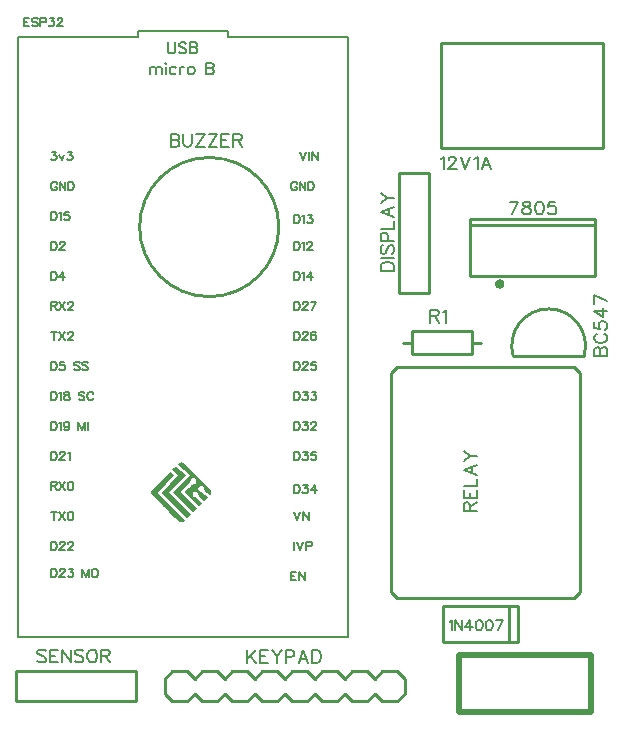
<source format=gto>
G04 Layer: TopSilkLayer*
G04 EasyEDA v6.3.22, 2020-01-15T09:47:29+05:30*
G04 df7ee3fc161541079e6ef3371bf9abd3,b6e8962e620740079bb188d2402746ea,10*
G04 Gerber Generator version 0.2*
G04 Scale: 100 percent, Rotated: No, Reflected: No *
G04 Dimensions in millimeters *
G04 leading zeros omitted , absolute positions ,3 integer and 3 decimal *
%FSLAX33Y33*%
%MOMM*%
G90*
G71D02*

%ADD10C,0.254000*%
%ADD29C,0.508000*%
%ADD30C,0.203200*%
%ADD31C,0.200000*%
%ADD32C,0.228600*%
%ADD33C,0.399999*%
%ADD34C,0.152400*%
%ADD35C,0.177800*%

%LPD*%

%LPD*%
G36*
G01X14541Y21607D02*
G01X14473Y21613D01*
G01X14407Y21608D01*
G01X14351Y21590D01*
G01X14326Y21581D01*
G01X14301Y21566D01*
G01X14277Y21547D01*
G01X14254Y21526D01*
G01X14203Y21480D01*
G01X14698Y20988D01*
G01X15201Y20495D01*
G01X14478Y19781D01*
G01X13749Y19065D01*
G01X14605Y18221D01*
G01X15455Y17378D01*
G01X15615Y17536D01*
G01X15773Y17691D01*
G01X15085Y18384D01*
G01X14381Y19077D01*
G01X14823Y19509D01*
G01X14913Y19601D01*
G01X14991Y19679D01*
G01X15055Y19746D01*
G01X15108Y19802D01*
G01X15151Y19848D01*
G01X15184Y19887D01*
G01X15210Y19918D01*
G01X15228Y19944D01*
G01X15240Y19965D01*
G01X15248Y19983D01*
G01X15251Y19999D01*
G01X15252Y20015D01*
G01X15257Y20068D01*
G01X15273Y20116D01*
G01X15297Y20159D01*
G01X15330Y20196D01*
G01X15371Y20226D01*
G01X15418Y20247D01*
G01X15471Y20262D01*
G01X15529Y20266D01*
G01X15573Y20263D01*
G01X15610Y20252D01*
G01X15645Y20230D01*
G01X15687Y20193D01*
G01X15716Y20156D01*
G01X15737Y20122D01*
G01X15749Y20084D01*
G01X15753Y20035D01*
G01X15748Y19978D01*
G01X15735Y19927D01*
G01X15714Y19882D01*
G01X15685Y19844D01*
G01X15649Y19814D01*
G01X15606Y19792D01*
G01X15556Y19778D01*
G01X15501Y19773D01*
G01X15478Y19771D01*
G01X15454Y19762D01*
G01X15424Y19744D01*
G01X15386Y19714D01*
G01X15337Y19671D01*
G01X15272Y19609D01*
G01X15189Y19529D01*
G01X15085Y19425D01*
G01X14732Y19077D01*
G01X15341Y18473D01*
G01X15943Y17868D01*
G01X16090Y18013D01*
G01X16230Y18155D01*
G01X15986Y18399D01*
G01X15914Y18473D01*
G01X15856Y18530D01*
G01X15809Y18574D01*
G01X15771Y18606D01*
G01X15741Y18627D01*
G01X15715Y18640D01*
G01X15692Y18647D01*
G01X15669Y18648D01*
G01X15617Y18653D01*
G01X15571Y18668D01*
G01X15530Y18691D01*
G01X15495Y18720D01*
G01X15466Y18756D01*
G01X15445Y18796D01*
G01X15431Y18840D01*
G01X15425Y18885D01*
G01X15429Y18931D01*
G01X15442Y18977D01*
G01X15465Y19021D01*
G01X15499Y19062D01*
G01X15540Y19096D01*
G01X15584Y19120D01*
G01X15630Y19133D01*
G01X15676Y19137D01*
G01X15722Y19132D01*
G01X15766Y19119D01*
G01X15806Y19097D01*
G01X15842Y19069D01*
G01X15872Y19033D01*
G01X15895Y18991D01*
G01X15910Y18943D01*
G01X15915Y18889D01*
G01X15917Y18867D01*
G01X15923Y18844D01*
G01X15936Y18819D01*
G01X15958Y18789D01*
G01X15989Y18752D01*
G01X16033Y18705D01*
G01X16090Y18646D01*
G01X16164Y18572D01*
G01X16408Y18331D01*
G01X16558Y18478D01*
G01X16713Y18635D01*
G01X16474Y18874D01*
G01X16401Y18949D01*
G01X16343Y19006D01*
G01X16298Y19048D01*
G01X16262Y19078D01*
G01X16232Y19099D01*
G01X16206Y19111D01*
G01X16181Y19119D01*
G01X16154Y19123D01*
G01X16087Y19138D01*
G01X16029Y19165D01*
G01X15982Y19203D01*
G01X15946Y19250D01*
G01X15923Y19303D01*
G01X15915Y19361D01*
G01X15922Y19421D01*
G01X15946Y19481D01*
G01X15981Y19539D01*
G01X16027Y19578D01*
G01X16088Y19599D01*
G01X16167Y19606D01*
G01X16224Y19604D01*
G01X16266Y19596D01*
G01X16303Y19576D01*
G01X16344Y19540D01*
G01X16375Y19500D01*
G01X16394Y19466D01*
G01X16405Y19429D01*
G01X16408Y19382D01*
G01X16409Y19351D01*
G01X16413Y19324D01*
G01X16423Y19298D01*
G01X16442Y19269D01*
G01X16471Y19234D01*
G01X16514Y19188D01*
G01X16572Y19128D01*
G01X16649Y19050D01*
G01X16893Y18808D01*
G01X16939Y18872D01*
G01X16979Y18930D01*
G01X17006Y18998D01*
G01X17018Y19073D01*
G01X17012Y19151D01*
G01X17010Y19159D01*
G01X17007Y19168D01*
G01X17002Y19178D01*
G01X16996Y19189D01*
G01X16989Y19201D01*
G01X16978Y19215D01*
G01X16967Y19231D01*
G01X16952Y19249D01*
G01X16935Y19269D01*
G01X16915Y19292D01*
G01X16893Y19318D01*
G01X16866Y19347D01*
G01X16837Y19379D01*
G01X16804Y19414D01*
G01X16767Y19453D01*
G01X16725Y19497D01*
G01X16680Y19543D01*
G01X16630Y19595D01*
G01X16575Y19651D01*
G01X16516Y19711D01*
G01X16451Y19777D01*
G01X16381Y19848D01*
G01X16305Y19925D01*
G01X16224Y20007D01*
G01X16043Y20188D01*
G01X15943Y20289D01*
G01X15836Y20396D01*
G01X15766Y20467D01*
G01X15696Y20536D01*
G01X15628Y20604D01*
G01X15560Y20671D01*
G01X15495Y20737D01*
G01X15430Y20800D01*
G01X15368Y20862D01*
G01X15307Y20921D01*
G01X15247Y20979D01*
G01X15190Y21035D01*
G01X15135Y21089D01*
G01X15082Y21140D01*
G01X15031Y21190D01*
G01X14982Y21236D01*
G01X14936Y21281D01*
G01X14893Y21322D01*
G01X14852Y21361D01*
G01X14813Y21398D01*
G01X14778Y21432D01*
G01X14746Y21462D01*
G01X14716Y21489D01*
G01X14690Y21514D01*
G01X14667Y21535D01*
G01X14647Y21553D01*
G01X14631Y21567D01*
G01X14619Y21578D01*
G01X14610Y21586D01*
G01X14605Y21590D01*
G01X14541Y21607D01*
G37*

%LPD*%
G36*
G01X14444Y20906D02*
G01X14033Y21305D01*
G01X13873Y21158D01*
G01X13718Y21003D01*
G01X13970Y20749D01*
G01X14224Y20497D01*
G01X13497Y19778D01*
G01X12781Y19052D01*
G01X13873Y17970D01*
G01X14958Y16885D01*
G01X15118Y17045D01*
G01X15278Y17203D01*
G01X14348Y18130D01*
G01X13401Y19065D01*
G01X14127Y19781D01*
G01X14843Y20497D01*
G01X14444Y20906D01*
G37*

%LPD*%
G36*
G01X13568Y20801D02*
G01X13555Y20812D01*
G01X13549Y20808D01*
G01X13535Y20797D01*
G01X13513Y20777D01*
G01X13484Y20751D01*
G01X13449Y20717D01*
G01X13408Y20678D01*
G01X13360Y20632D01*
G01X13308Y20582D01*
G01X13251Y20526D01*
G01X13189Y20465D01*
G01X13123Y20399D01*
G01X13053Y20330D01*
G01X12980Y20257D01*
G01X12905Y20181D01*
G01X12828Y20102D01*
G01X12748Y20020D01*
G01X12551Y19823D01*
G01X12466Y19737D01*
G01X12388Y19659D01*
G01X12318Y19588D01*
G01X12256Y19524D01*
G01X12200Y19467D01*
G01X12150Y19415D01*
G01X12107Y19369D01*
G01X12069Y19328D01*
G01X12037Y19291D01*
G01X12009Y19258D01*
G01X11987Y19229D01*
G01X11968Y19202D01*
G01X11954Y19179D01*
G01X11943Y19157D01*
G01X11935Y19137D01*
G01X11930Y19118D01*
G01X11927Y19100D01*
G01X11927Y19082D01*
G01X11928Y19063D01*
G01X11930Y19044D01*
G01X11933Y19024D01*
G01X11938Y19001D01*
G01X11940Y18994D01*
G01X11943Y18985D01*
G01X11947Y18975D01*
G01X11953Y18964D01*
G01X11961Y18952D01*
G01X11972Y18938D01*
G01X11984Y18921D01*
G01X11998Y18903D01*
G01X12016Y18882D01*
G01X12037Y18859D01*
G01X12060Y18833D01*
G01X12087Y18804D01*
G01X12118Y18771D01*
G01X12152Y18735D01*
G01X12190Y18695D01*
G01X12232Y18652D01*
G01X12279Y18604D01*
G01X12330Y18552D01*
G01X12386Y18495D01*
G01X12514Y18367D01*
G01X12585Y18295D01*
G01X12663Y18218D01*
G01X12835Y18046D01*
G01X12931Y17951D01*
G01X13033Y17850D01*
G01X13141Y17741D01*
G01X13445Y17437D01*
G01X13533Y17348D01*
G01X13891Y16990D01*
G01X13947Y16935D01*
G01X13999Y16883D01*
G01X14046Y16837D01*
G01X14089Y16795D01*
G01X14129Y16757D01*
G01X14164Y16723D01*
G01X14196Y16693D01*
G01X14225Y16666D01*
G01X14251Y16643D01*
G01X14274Y16622D01*
G01X14295Y16604D01*
G01X14313Y16590D01*
G01X14329Y16578D01*
G01X14343Y16567D01*
G01X14356Y16559D01*
G01X14367Y16553D01*
G01X14376Y16548D01*
G01X14386Y16545D01*
G01X14394Y16543D01*
G01X14476Y16538D01*
G01X14554Y16551D01*
G01X14627Y16583D01*
G01X14698Y16634D01*
G01X14790Y16703D01*
G01X13606Y17881D01*
G01X12443Y19052D01*
G01X13152Y19778D01*
G01X13873Y20497D01*
G01X13716Y20655D01*
G01X13652Y20718D01*
G01X13601Y20768D01*
G01X13568Y20801D01*
G37*

%LPD*%
G54D29*
G01X37973Y507D02*
G01X49149Y507D01*
G01X49149Y5333D01*
G01X37973Y5333D01*
G01X37973Y507D01*
G54D30*
G01X6985Y6858D02*
G01X21717Y6858D01*
G54D31*
G01X635Y57658D02*
G01X635Y6858D01*
G54D30*
G01X635Y6858D02*
G01X28575Y6858D01*
G01X635Y57658D02*
G01X10795Y57658D01*
G01X10795Y58166D01*
G01X18415Y58166D01*
G01X18415Y57658D01*
G01X28575Y57658D01*
G01X28575Y57658D02*
G01X28575Y6858D01*
G54D10*
G01X10668Y3937D02*
G01X508Y3937D01*
G01X508Y3937D02*
G01X508Y1397D01*
G01X508Y1397D02*
G01X10668Y1397D01*
G01X10668Y1397D02*
G01X10668Y3937D01*
G01X28956Y3937D02*
G01X30226Y3937D01*
G01X30226Y3937D02*
G01X30861Y3302D01*
G01X30861Y2032D02*
G01X30226Y1397D01*
G01X25781Y3302D02*
G01X26416Y3937D01*
G01X26416Y3937D02*
G01X27686Y3937D01*
G01X27686Y3937D02*
G01X28321Y3302D01*
G01X28321Y2032D02*
G01X27686Y1397D01*
G01X27686Y1397D02*
G01X26416Y1397D01*
G01X26416Y1397D02*
G01X25781Y2032D01*
G01X28956Y3937D02*
G01X28321Y3302D01*
G01X28321Y2032D02*
G01X28956Y1397D01*
G01X30226Y1397D02*
G01X28956Y1397D01*
G01X21336Y3937D02*
G01X22606Y3937D01*
G01X22606Y3937D02*
G01X23241Y3302D01*
G01X23241Y2032D02*
G01X22606Y1397D01*
G01X23241Y3302D02*
G01X23876Y3937D01*
G01X23876Y3937D02*
G01X25146Y3937D01*
G01X25146Y3937D02*
G01X25781Y3302D01*
G01X25781Y2032D02*
G01X25146Y1397D01*
G01X25146Y1397D02*
G01X23876Y1397D01*
G01X23876Y1397D02*
G01X23241Y2032D01*
G01X18161Y3302D02*
G01X18796Y3937D01*
G01X18796Y3937D02*
G01X20066Y3937D01*
G01X20066Y3937D02*
G01X20701Y3302D01*
G01X20701Y2032D02*
G01X20066Y1397D01*
G01X20066Y1397D02*
G01X18796Y1397D01*
G01X18796Y1397D02*
G01X18161Y2032D01*
G01X21336Y3937D02*
G01X20701Y3302D01*
G01X20701Y2032D02*
G01X21336Y1397D01*
G01X22606Y1397D02*
G01X21336Y1397D01*
G01X13716Y3937D02*
G01X14986Y3937D01*
G01X14986Y3937D02*
G01X15621Y3302D01*
G01X15621Y2032D02*
G01X14986Y1397D01*
G01X15621Y3302D02*
G01X16256Y3937D01*
G01X16256Y3937D02*
G01X17526Y3937D01*
G01X17526Y3937D02*
G01X18161Y3302D01*
G01X18161Y2032D02*
G01X17526Y1397D01*
G01X17526Y1397D02*
G01X16256Y1397D01*
G01X16256Y1397D02*
G01X15621Y2032D01*
G01X13081Y3302D02*
G01X13081Y2032D01*
G01X13716Y3937D02*
G01X13081Y3302D01*
G01X13081Y2032D02*
G01X13716Y1397D01*
G01X14986Y1397D02*
G01X13716Y1397D01*
G01X31496Y3937D02*
G01X32766Y3937D01*
G01X32766Y3937D02*
G01X33401Y3302D01*
G01X33401Y3302D02*
G01X33401Y2032D01*
G01X33401Y2032D02*
G01X32766Y1397D01*
G01X31496Y3937D02*
G01X30861Y3302D01*
G01X30861Y2032D02*
G01X31496Y1397D01*
G01X32766Y1397D02*
G01X31496Y1397D01*
G01X42357Y10152D02*
G01X32705Y10152D01*
G01X32197Y10660D01*
G01X32197Y29202D01*
G01X32705Y29710D01*
G01X47691Y29710D01*
G01X48199Y29202D01*
G01X48199Y10660D01*
G01X47691Y10152D01*
G01X40833Y10152D01*
G01X36721Y9448D02*
G01X38830Y9448D01*
G01X43021Y9448D01*
G01X43021Y6400D02*
G01X36721Y6400D01*
G01X36671Y9448D02*
G01X36671Y6400D01*
G01X43021Y9448D02*
G01X43021Y6400D01*
G01X42259Y9448D02*
G01X42259Y6400D01*
G54D32*
G01X34044Y32715D02*
G01X39124Y32715D01*
G01X39124Y30784D01*
G01X34044Y30784D01*
G01X34044Y32715D01*
G54D10*
G01X39124Y31749D02*
G01X39886Y31749D01*
G01X33282Y31749D02*
G01X34044Y31749D01*
G01X48570Y30631D02*
G01X42571Y30631D01*
G01X32893Y46101D02*
G01X32893Y35941D01*
G01X32893Y35941D02*
G01X35433Y35941D01*
G01X35433Y35941D02*
G01X35433Y46101D01*
G01X35433Y46101D02*
G01X32893Y46101D01*
G01X50165Y48260D02*
G01X36449Y48260D01*
G01X36449Y48260D02*
G01X36449Y57150D01*
G01X36449Y57150D02*
G01X50165Y57150D01*
G01X50165Y57150D02*
G01X50165Y48260D01*
G01X49495Y41669D02*
G01X38896Y41669D01*
G01X38895Y42169D02*
G01X49496Y42169D01*
G01X49496Y37371D01*
G01X38895Y37371D01*
G01X38895Y42164D01*
G01X38895Y42169D01*
G54D34*
G01X1142Y59242D02*
G01X1142Y58514D01*
G01X1142Y59242D02*
G01X1592Y59242D01*
G01X1142Y58895D02*
G01X1419Y58895D01*
G01X1142Y58514D02*
G01X1592Y58514D01*
G01X2306Y59138D02*
G01X2237Y59207D01*
G01X2133Y59242D01*
G01X1993Y59242D01*
G01X1892Y59207D01*
G01X1821Y59138D01*
G01X1821Y59067D01*
G01X1856Y58999D01*
G01X1892Y58966D01*
G01X1960Y58930D01*
G01X2169Y58861D01*
G01X2237Y58826D01*
G01X2273Y58790D01*
G01X2306Y58722D01*
G01X2306Y58618D01*
G01X2237Y58549D01*
G01X2133Y58514D01*
G01X1993Y58514D01*
G01X1892Y58549D01*
G01X1821Y58618D01*
G01X2534Y59242D02*
G01X2534Y58514D01*
G01X2534Y59242D02*
G01X2847Y59242D01*
G01X2951Y59207D01*
G01X2984Y59171D01*
G01X3020Y59103D01*
G01X3020Y58999D01*
G01X2984Y58930D01*
G01X2951Y58895D01*
G01X2847Y58861D01*
G01X2534Y58861D01*
G01X3317Y59242D02*
G01X3698Y59242D01*
G01X3492Y58966D01*
G01X3594Y58966D01*
G01X3665Y58930D01*
G01X3698Y58895D01*
G01X3733Y58790D01*
G01X3733Y58722D01*
G01X3698Y58618D01*
G01X3629Y58549D01*
G01X3525Y58514D01*
G01X3421Y58514D01*
G01X3317Y58549D01*
G01X3284Y58585D01*
G01X3248Y58653D01*
G01X3997Y59067D02*
G01X3997Y59103D01*
G01X4030Y59171D01*
G01X4066Y59207D01*
G01X4135Y59242D01*
G01X4274Y59242D01*
G01X4343Y59207D01*
G01X4378Y59171D01*
G01X4411Y59103D01*
G01X4411Y59034D01*
G01X4378Y58966D01*
G01X4307Y58861D01*
G01X3962Y58514D01*
G01X4447Y58514D01*
G54D30*
G01X24511Y47914D02*
G01X24787Y47185D01*
G01X25064Y47914D02*
G01X24787Y47185D01*
G01X25293Y47914D02*
G01X25293Y47185D01*
G01X25521Y47914D02*
G01X25521Y47185D01*
G01X25521Y47914D02*
G01X26007Y47185D01*
G01X26007Y47914D02*
G01X26007Y47185D01*
G01X13335Y57188D02*
G01X13335Y56504D01*
G01X13380Y56370D01*
G01X13472Y56278D01*
G01X13606Y56233D01*
G01X13698Y56233D01*
G01X13835Y56278D01*
G01X13926Y56370D01*
G01X13972Y56504D01*
G01X13972Y57188D01*
G01X14907Y57053D02*
G01X14815Y57142D01*
G01X14681Y57188D01*
G01X14498Y57188D01*
G01X14361Y57142D01*
G01X14272Y57053D01*
G01X14272Y56959D01*
G01X14317Y56868D01*
G01X14361Y56824D01*
G01X14452Y56776D01*
G01X14726Y56687D01*
G01X14815Y56642D01*
G01X14861Y56596D01*
G01X14907Y56504D01*
G01X14907Y56370D01*
G01X14815Y56278D01*
G01X14681Y56233D01*
G01X14498Y56233D01*
G01X14361Y56278D01*
G01X14272Y56370D01*
G01X15206Y57188D02*
G01X15206Y56233D01*
G01X15206Y57188D02*
G01X15615Y57188D01*
G01X15753Y57142D01*
G01X15798Y57094D01*
G01X15844Y57005D01*
G01X15844Y56913D01*
G01X15798Y56824D01*
G01X15753Y56776D01*
G01X15615Y56735D01*
G01X15206Y56735D02*
G01X15615Y56735D01*
G01X15753Y56687D01*
G01X15798Y56642D01*
G01X15844Y56550D01*
G01X15844Y56418D01*
G01X15798Y56324D01*
G01X15753Y56278D01*
G01X15615Y56233D01*
G01X15206Y56233D01*
G01X11811Y55090D02*
G01X11811Y54455D01*
G01X11811Y54907D02*
G01X11948Y55046D01*
G01X12037Y55090D01*
G01X12174Y55090D01*
G01X12265Y55046D01*
G01X12311Y54907D01*
G01X12311Y54455D01*
G01X12311Y54907D02*
G01X12448Y55046D01*
G01X12537Y55090D01*
G01X12674Y55090D01*
G01X12766Y55046D01*
G01X12811Y54907D01*
G01X12811Y54455D01*
G01X13111Y55410D02*
G01X13157Y55364D01*
G01X13202Y55410D01*
G01X13157Y55453D01*
G01X13111Y55410D01*
G01X13157Y55090D02*
G01X13157Y54455D01*
G01X14046Y54955D02*
G01X13957Y55046D01*
G01X13865Y55090D01*
G01X13728Y55090D01*
G01X13637Y55046D01*
G01X13548Y54955D01*
G01X13502Y54818D01*
G01X13502Y54724D01*
G01X13548Y54589D01*
G01X13637Y54500D01*
G01X13728Y54455D01*
G01X13865Y54455D01*
G01X13957Y54500D01*
G01X14046Y54589D01*
G01X14348Y55090D02*
G01X14348Y54455D01*
G01X14348Y54818D02*
G01X14391Y54955D01*
G01X14483Y55046D01*
G01X14574Y55090D01*
G01X14711Y55090D01*
G01X15237Y55090D02*
G01X15148Y55046D01*
G01X15057Y54955D01*
G01X15011Y54818D01*
G01X15011Y54724D01*
G01X15057Y54589D01*
G01X15148Y54500D01*
G01X15237Y54455D01*
G01X15374Y54455D01*
G01X15466Y54500D01*
G01X15557Y54589D01*
G01X15600Y54724D01*
G01X15600Y54818D01*
G01X15557Y54955D01*
G01X15466Y55046D01*
G01X15374Y55090D01*
G01X15237Y55090D01*
G01X16601Y55410D02*
G01X16601Y54455D01*
G01X16601Y55410D02*
G01X17010Y55410D01*
G01X17147Y55364D01*
G01X17193Y55318D01*
G01X17238Y55224D01*
G01X17238Y55135D01*
G01X17193Y55046D01*
G01X17147Y55001D01*
G01X17010Y54955D01*
G01X16601Y54955D02*
G01X17010Y54955D01*
G01X17147Y54907D01*
G01X17193Y54864D01*
G01X17238Y54772D01*
G01X17238Y54637D01*
G01X17193Y54546D01*
G01X17147Y54500D01*
G01X17010Y54455D01*
G01X16601Y54455D01*
G01X24269Y45199D02*
G01X24234Y45270D01*
G01X24165Y45339D01*
G01X24094Y45374D01*
G01X23957Y45374D01*
G01X23888Y45339D01*
G01X23817Y45270D01*
G01X23784Y45199D01*
G01X23749Y45097D01*
G01X23749Y44922D01*
G01X23784Y44818D01*
G01X23817Y44749D01*
G01X23888Y44681D01*
G01X23957Y44645D01*
G01X24094Y44645D01*
G01X24165Y44681D01*
G01X24234Y44749D01*
G01X24269Y44818D01*
G01X24269Y44922D01*
G01X24094Y44922D02*
G01X24269Y44922D01*
G01X24498Y45374D02*
G01X24498Y44645D01*
G01X24498Y45374D02*
G01X24980Y44645D01*
G01X24980Y45374D02*
G01X24980Y44645D01*
G01X25209Y45374D02*
G01X25209Y44645D01*
G01X25209Y45374D02*
G01X25453Y45374D01*
G01X25557Y45339D01*
G01X25626Y45270D01*
G01X25661Y45199D01*
G01X25694Y45097D01*
G01X25694Y44922D01*
G01X25661Y44818D01*
G01X25626Y44749D01*
G01X25557Y44681D01*
G01X25453Y44645D01*
G01X25209Y44645D01*
G01X24003Y42580D02*
G01X24003Y41851D01*
G01X24003Y42580D02*
G01X24244Y42580D01*
G01X24348Y42545D01*
G01X24419Y42476D01*
G01X24452Y42405D01*
G01X24488Y42303D01*
G01X24488Y42128D01*
G01X24452Y42024D01*
G01X24419Y41955D01*
G01X24348Y41887D01*
G01X24244Y41851D01*
G01X24003Y41851D01*
G01X24716Y42440D02*
G01X24785Y42476D01*
G01X24889Y42580D01*
G01X24889Y41851D01*
G01X25186Y42580D02*
G01X25567Y42580D01*
G01X25361Y42303D01*
G01X25463Y42303D01*
G01X25534Y42268D01*
G01X25567Y42232D01*
G01X25603Y42128D01*
G01X25603Y42059D01*
G01X25567Y41955D01*
G01X25499Y41887D01*
G01X25394Y41851D01*
G01X25290Y41851D01*
G01X25186Y41887D01*
G01X25153Y41922D01*
G01X25118Y41991D01*
G01X24003Y40294D02*
G01X24003Y39565D01*
G01X24003Y40294D02*
G01X24244Y40294D01*
G01X24348Y40259D01*
G01X24419Y40190D01*
G01X24452Y40119D01*
G01X24488Y40017D01*
G01X24488Y39842D01*
G01X24452Y39738D01*
G01X24419Y39669D01*
G01X24348Y39601D01*
G01X24244Y39565D01*
G01X24003Y39565D01*
G01X24716Y40154D02*
G01X24785Y40190D01*
G01X24889Y40294D01*
G01X24889Y39565D01*
G01X25153Y40119D02*
G01X25153Y40154D01*
G01X25186Y40223D01*
G01X25222Y40259D01*
G01X25290Y40294D01*
G01X25430Y40294D01*
G01X25499Y40259D01*
G01X25534Y40223D01*
G01X25567Y40154D01*
G01X25567Y40086D01*
G01X25534Y40017D01*
G01X25463Y39913D01*
G01X25118Y39565D01*
G01X25603Y39565D01*
G01X24003Y37754D02*
G01X24003Y37025D01*
G01X24003Y37754D02*
G01X24244Y37754D01*
G01X24348Y37719D01*
G01X24419Y37650D01*
G01X24452Y37579D01*
G01X24488Y37477D01*
G01X24488Y37302D01*
G01X24452Y37198D01*
G01X24419Y37129D01*
G01X24348Y37061D01*
G01X24244Y37025D01*
G01X24003Y37025D01*
G01X24716Y37614D02*
G01X24785Y37650D01*
G01X24889Y37754D01*
G01X24889Y37025D01*
G01X25463Y37754D02*
G01X25118Y37269D01*
G01X25638Y37269D01*
G01X25463Y37754D02*
G01X25463Y37025D01*
G01X24003Y35214D02*
G01X24003Y34485D01*
G01X24003Y35214D02*
G01X24244Y35214D01*
G01X24348Y35179D01*
G01X24419Y35110D01*
G01X24452Y35039D01*
G01X24488Y34937D01*
G01X24488Y34762D01*
G01X24452Y34658D01*
G01X24419Y34589D01*
G01X24348Y34521D01*
G01X24244Y34485D01*
G01X24003Y34485D01*
G01X24752Y35039D02*
G01X24752Y35074D01*
G01X24785Y35143D01*
G01X24820Y35179D01*
G01X24889Y35214D01*
G01X25029Y35214D01*
G01X25097Y35179D01*
G01X25133Y35143D01*
G01X25166Y35074D01*
G01X25166Y35006D01*
G01X25133Y34937D01*
G01X25062Y34833D01*
G01X24716Y34485D01*
G01X25201Y34485D01*
G01X25915Y35214D02*
G01X25567Y34485D01*
G01X25430Y35214D02*
G01X25915Y35214D01*
G01X24003Y32674D02*
G01X24003Y31945D01*
G01X24003Y32674D02*
G01X24244Y32674D01*
G01X24348Y32639D01*
G01X24419Y32570D01*
G01X24452Y32499D01*
G01X24488Y32397D01*
G01X24488Y32222D01*
G01X24452Y32118D01*
G01X24419Y32049D01*
G01X24348Y31981D01*
G01X24244Y31945D01*
G01X24003Y31945D01*
G01X24752Y32499D02*
G01X24752Y32534D01*
G01X24785Y32603D01*
G01X24820Y32639D01*
G01X24889Y32674D01*
G01X25029Y32674D01*
G01X25097Y32639D01*
G01X25133Y32603D01*
G01X25166Y32534D01*
G01X25166Y32466D01*
G01X25133Y32397D01*
G01X25062Y32293D01*
G01X24716Y31945D01*
G01X25201Y31945D01*
G01X25844Y32570D02*
G01X25811Y32639D01*
G01X25707Y32674D01*
G01X25638Y32674D01*
G01X25534Y32639D01*
G01X25463Y32534D01*
G01X25430Y32362D01*
G01X25430Y32189D01*
G01X25463Y32049D01*
G01X25534Y31981D01*
G01X25638Y31945D01*
G01X25671Y31945D01*
G01X25775Y31981D01*
G01X25844Y32049D01*
G01X25880Y32153D01*
G01X25880Y32189D01*
G01X25844Y32293D01*
G01X25775Y32362D01*
G01X25671Y32397D01*
G01X25638Y32397D01*
G01X25534Y32362D01*
G01X25463Y32293D01*
G01X25430Y32189D01*
G01X24003Y30134D02*
G01X24003Y29405D01*
G01X24003Y30134D02*
G01X24244Y30134D01*
G01X24348Y30099D01*
G01X24419Y30030D01*
G01X24452Y29959D01*
G01X24488Y29857D01*
G01X24488Y29682D01*
G01X24452Y29578D01*
G01X24419Y29509D01*
G01X24348Y29441D01*
G01X24244Y29405D01*
G01X24003Y29405D01*
G01X24752Y29959D02*
G01X24752Y29994D01*
G01X24785Y30063D01*
G01X24820Y30099D01*
G01X24889Y30134D01*
G01X25029Y30134D01*
G01X25097Y30099D01*
G01X25133Y30063D01*
G01X25166Y29994D01*
G01X25166Y29926D01*
G01X25133Y29857D01*
G01X25062Y29753D01*
G01X24716Y29405D01*
G01X25201Y29405D01*
G01X25844Y30134D02*
G01X25499Y30134D01*
G01X25463Y29822D01*
G01X25499Y29857D01*
G01X25603Y29890D01*
G01X25707Y29890D01*
G01X25811Y29857D01*
G01X25880Y29786D01*
G01X25915Y29682D01*
G01X25915Y29613D01*
G01X25880Y29509D01*
G01X25811Y29441D01*
G01X25707Y29405D01*
G01X25603Y29405D01*
G01X25499Y29441D01*
G01X25463Y29476D01*
G01X25430Y29545D01*
G01X24003Y27594D02*
G01X24003Y26865D01*
G01X24003Y27594D02*
G01X24244Y27594D01*
G01X24348Y27559D01*
G01X24419Y27490D01*
G01X24452Y27419D01*
G01X24488Y27317D01*
G01X24488Y27142D01*
G01X24452Y27038D01*
G01X24419Y26969D01*
G01X24348Y26901D01*
G01X24244Y26865D01*
G01X24003Y26865D01*
G01X24785Y27594D02*
G01X25166Y27594D01*
G01X24958Y27317D01*
G01X25062Y27317D01*
G01X25133Y27282D01*
G01X25166Y27246D01*
G01X25201Y27142D01*
G01X25201Y27073D01*
G01X25166Y26969D01*
G01X25097Y26901D01*
G01X24993Y26865D01*
G01X24889Y26865D01*
G01X24785Y26901D01*
G01X24752Y26936D01*
G01X24716Y27005D01*
G01X25499Y27594D02*
G01X25880Y27594D01*
G01X25671Y27317D01*
G01X25775Y27317D01*
G01X25844Y27282D01*
G01X25880Y27246D01*
G01X25915Y27142D01*
G01X25915Y27073D01*
G01X25880Y26969D01*
G01X25811Y26901D01*
G01X25707Y26865D01*
G01X25603Y26865D01*
G01X25499Y26901D01*
G01X25463Y26936D01*
G01X25430Y27005D01*
G01X24003Y25054D02*
G01X24003Y24325D01*
G01X24003Y25054D02*
G01X24244Y25054D01*
G01X24348Y25019D01*
G01X24419Y24950D01*
G01X24452Y24879D01*
G01X24488Y24777D01*
G01X24488Y24602D01*
G01X24452Y24498D01*
G01X24419Y24429D01*
G01X24348Y24361D01*
G01X24244Y24325D01*
G01X24003Y24325D01*
G01X24785Y25054D02*
G01X25166Y25054D01*
G01X24958Y24777D01*
G01X25062Y24777D01*
G01X25133Y24742D01*
G01X25166Y24706D01*
G01X25201Y24602D01*
G01X25201Y24533D01*
G01X25166Y24429D01*
G01X25097Y24361D01*
G01X24993Y24325D01*
G01X24889Y24325D01*
G01X24785Y24361D01*
G01X24752Y24396D01*
G01X24716Y24465D01*
G01X25463Y24879D02*
G01X25463Y24914D01*
G01X25499Y24983D01*
G01X25534Y25019D01*
G01X25603Y25054D01*
G01X25742Y25054D01*
G01X25811Y25019D01*
G01X25844Y24983D01*
G01X25880Y24914D01*
G01X25880Y24846D01*
G01X25844Y24777D01*
G01X25775Y24673D01*
G01X25430Y24325D01*
G01X25915Y24325D01*
G01X24003Y22514D02*
G01X24003Y21785D01*
G01X24003Y22514D02*
G01X24244Y22514D01*
G01X24348Y22479D01*
G01X24419Y22410D01*
G01X24452Y22339D01*
G01X24488Y22237D01*
G01X24488Y22062D01*
G01X24452Y21958D01*
G01X24419Y21889D01*
G01X24348Y21821D01*
G01X24244Y21785D01*
G01X24003Y21785D01*
G01X24785Y22514D02*
G01X25166Y22514D01*
G01X24958Y22237D01*
G01X25062Y22237D01*
G01X25133Y22202D01*
G01X25166Y22166D01*
G01X25201Y22062D01*
G01X25201Y21993D01*
G01X25166Y21889D01*
G01X25097Y21821D01*
G01X24993Y21785D01*
G01X24889Y21785D01*
G01X24785Y21821D01*
G01X24752Y21856D01*
G01X24716Y21925D01*
G01X25844Y22514D02*
G01X25499Y22514D01*
G01X25463Y22202D01*
G01X25499Y22237D01*
G01X25603Y22270D01*
G01X25707Y22270D01*
G01X25811Y22237D01*
G01X25880Y22166D01*
G01X25915Y22062D01*
G01X25915Y21993D01*
G01X25880Y21889D01*
G01X25811Y21821D01*
G01X25707Y21785D01*
G01X25603Y21785D01*
G01X25499Y21821D01*
G01X25463Y21856D01*
G01X25430Y21925D01*
G01X24003Y19720D02*
G01X24003Y18991D01*
G01X24003Y19720D02*
G01X24244Y19720D01*
G01X24348Y19685D01*
G01X24419Y19616D01*
G01X24452Y19545D01*
G01X24488Y19443D01*
G01X24488Y19268D01*
G01X24452Y19164D01*
G01X24419Y19095D01*
G01X24348Y19027D01*
G01X24244Y18991D01*
G01X24003Y18991D01*
G01X24785Y19720D02*
G01X25166Y19720D01*
G01X24958Y19443D01*
G01X25062Y19443D01*
G01X25133Y19408D01*
G01X25166Y19372D01*
G01X25201Y19268D01*
G01X25201Y19199D01*
G01X25166Y19095D01*
G01X25097Y19027D01*
G01X24993Y18991D01*
G01X24889Y18991D01*
G01X24785Y19027D01*
G01X24752Y19062D01*
G01X24716Y19131D01*
G01X25775Y19720D02*
G01X25430Y19235D01*
G01X25948Y19235D01*
G01X25775Y19720D02*
G01X25775Y18991D01*
G01X24003Y17434D02*
G01X24279Y16705D01*
G01X24556Y17434D02*
G01X24279Y16705D01*
G01X24785Y17434D02*
G01X24785Y16705D01*
G01X24785Y17434D02*
G01X25270Y16705D01*
G01X25270Y17434D02*
G01X25270Y16705D01*
G01X24003Y14894D02*
G01X24003Y14165D01*
G01X24231Y14894D02*
G01X24508Y14165D01*
G01X24785Y14894D02*
G01X24508Y14165D01*
G01X25013Y14894D02*
G01X25013Y14165D01*
G01X25013Y14894D02*
G01X25326Y14894D01*
G01X25430Y14859D01*
G01X25463Y14823D01*
G01X25499Y14754D01*
G01X25499Y14650D01*
G01X25463Y14582D01*
G01X25430Y14546D01*
G01X25326Y14513D01*
G01X25013Y14513D01*
G01X3429Y19974D02*
G01X3429Y19245D01*
G01X3429Y19974D02*
G01X3741Y19974D01*
G01X3845Y19939D01*
G01X3878Y19903D01*
G01X3914Y19834D01*
G01X3914Y19766D01*
G01X3878Y19697D01*
G01X3845Y19662D01*
G01X3741Y19626D01*
G01X3429Y19626D01*
G01X3670Y19626D02*
G01X3914Y19245D01*
G01X4142Y19974D02*
G01X4627Y19245D01*
G01X4627Y19974D02*
G01X4142Y19245D01*
G01X5064Y19974D02*
G01X4960Y19939D01*
G01X4889Y19834D01*
G01X4856Y19662D01*
G01X4856Y19558D01*
G01X4889Y19385D01*
G01X4960Y19281D01*
G01X5064Y19245D01*
G01X5133Y19245D01*
G01X5237Y19281D01*
G01X5306Y19385D01*
G01X5341Y19558D01*
G01X5341Y19662D01*
G01X5306Y19834D01*
G01X5237Y19939D01*
G01X5133Y19974D01*
G01X5064Y19974D01*
G01X3497Y47914D02*
G01X3878Y47914D01*
G01X3670Y47637D01*
G01X3774Y47637D01*
G01X3845Y47602D01*
G01X3878Y47566D01*
G01X3914Y47462D01*
G01X3914Y47393D01*
G01X3878Y47289D01*
G01X3810Y47221D01*
G01X3705Y47185D01*
G01X3601Y47185D01*
G01X3497Y47221D01*
G01X3464Y47256D01*
G01X3429Y47325D01*
G01X4142Y47670D02*
G01X4351Y47185D01*
G01X4559Y47670D02*
G01X4351Y47185D01*
G01X4856Y47914D02*
G01X5237Y47914D01*
G01X5029Y47637D01*
G01X5133Y47637D01*
G01X5201Y47602D01*
G01X5237Y47566D01*
G01X5270Y47462D01*
G01X5270Y47393D01*
G01X5237Y47289D01*
G01X5168Y47221D01*
G01X5064Y47185D01*
G01X4960Y47185D01*
G01X4856Y47221D01*
G01X4820Y47256D01*
G01X4787Y47325D01*
G01X3949Y45199D02*
G01X3914Y45270D01*
G01X3845Y45339D01*
G01X3774Y45374D01*
G01X3637Y45374D01*
G01X3568Y45339D01*
G01X3497Y45270D01*
G01X3464Y45199D01*
G01X3429Y45097D01*
G01X3429Y44922D01*
G01X3464Y44818D01*
G01X3497Y44749D01*
G01X3568Y44681D01*
G01X3637Y44645D01*
G01X3774Y44645D01*
G01X3845Y44681D01*
G01X3914Y44749D01*
G01X3949Y44818D01*
G01X3949Y44922D01*
G01X3774Y44922D02*
G01X3949Y44922D01*
G01X4178Y45374D02*
G01X4178Y44645D01*
G01X4178Y45374D02*
G01X4660Y44645D01*
G01X4660Y45374D02*
G01X4660Y44645D01*
G01X4889Y45374D02*
G01X4889Y44645D01*
G01X4889Y45374D02*
G01X5133Y45374D01*
G01X5237Y45339D01*
G01X5306Y45270D01*
G01X5341Y45199D01*
G01X5374Y45097D01*
G01X5374Y44922D01*
G01X5341Y44818D01*
G01X5306Y44749D01*
G01X5237Y44681D01*
G01X5133Y44645D01*
G01X4889Y44645D01*
G01X3429Y42834D02*
G01X3429Y42105D01*
G01X3429Y42834D02*
G01X3670Y42834D01*
G01X3774Y42799D01*
G01X3845Y42730D01*
G01X3878Y42659D01*
G01X3914Y42557D01*
G01X3914Y42382D01*
G01X3878Y42278D01*
G01X3845Y42209D01*
G01X3774Y42141D01*
G01X3670Y42105D01*
G01X3429Y42105D01*
G01X4142Y42694D02*
G01X4211Y42730D01*
G01X4315Y42834D01*
G01X4315Y42105D01*
G01X4960Y42834D02*
G01X4612Y42834D01*
G01X4579Y42522D01*
G01X4612Y42557D01*
G01X4716Y42590D01*
G01X4820Y42590D01*
G01X4925Y42557D01*
G01X4993Y42486D01*
G01X5029Y42382D01*
G01X5029Y42313D01*
G01X4993Y42209D01*
G01X4925Y42141D01*
G01X4820Y42105D01*
G01X4716Y42105D01*
G01X4612Y42141D01*
G01X4579Y42176D01*
G01X4544Y42245D01*
G01X3429Y40294D02*
G01X3429Y39565D01*
G01X3429Y40294D02*
G01X3670Y40294D01*
G01X3774Y40259D01*
G01X3845Y40190D01*
G01X3878Y40119D01*
G01X3914Y40017D01*
G01X3914Y39842D01*
G01X3878Y39738D01*
G01X3845Y39669D01*
G01X3774Y39601D01*
G01X3670Y39565D01*
G01X3429Y39565D01*
G01X4178Y40119D02*
G01X4178Y40154D01*
G01X4211Y40223D01*
G01X4246Y40259D01*
G01X4315Y40294D01*
G01X4455Y40294D01*
G01X4523Y40259D01*
G01X4559Y40223D01*
G01X4592Y40154D01*
G01X4592Y40086D01*
G01X4559Y40017D01*
G01X4488Y39913D01*
G01X4142Y39565D01*
G01X4627Y39565D01*
G01X3429Y37754D02*
G01X3429Y37025D01*
G01X3429Y37754D02*
G01X3670Y37754D01*
G01X3774Y37719D01*
G01X3845Y37650D01*
G01X3878Y37579D01*
G01X3914Y37477D01*
G01X3914Y37302D01*
G01X3878Y37198D01*
G01X3845Y37129D01*
G01X3774Y37061D01*
G01X3670Y37025D01*
G01X3429Y37025D01*
G01X4488Y37754D02*
G01X4142Y37269D01*
G01X4660Y37269D01*
G01X4488Y37754D02*
G01X4488Y37025D01*
G01X3429Y35214D02*
G01X3429Y34485D01*
G01X3429Y35214D02*
G01X3741Y35214D01*
G01X3845Y35179D01*
G01X3878Y35143D01*
G01X3914Y35074D01*
G01X3914Y35006D01*
G01X3878Y34937D01*
G01X3845Y34902D01*
G01X3741Y34866D01*
G01X3429Y34866D01*
G01X3670Y34866D02*
G01X3914Y34485D01*
G01X4142Y35214D02*
G01X4627Y34485D01*
G01X4627Y35214D02*
G01X4142Y34485D01*
G01X4889Y35039D02*
G01X4889Y35074D01*
G01X4925Y35143D01*
G01X4960Y35179D01*
G01X5029Y35214D01*
G01X5168Y35214D01*
G01X5237Y35179D01*
G01X5270Y35143D01*
G01X5306Y35074D01*
G01X5306Y35006D01*
G01X5270Y34937D01*
G01X5201Y34833D01*
G01X4856Y34485D01*
G01X5341Y34485D01*
G01X3670Y32674D02*
G01X3670Y31945D01*
G01X3429Y32674D02*
G01X3914Y32674D01*
G01X4142Y32674D02*
G01X4627Y31945D01*
G01X4627Y32674D02*
G01X4142Y31945D01*
G01X4889Y32499D02*
G01X4889Y32534D01*
G01X4925Y32603D01*
G01X4960Y32639D01*
G01X5029Y32674D01*
G01X5168Y32674D01*
G01X5237Y32639D01*
G01X5270Y32603D01*
G01X5306Y32534D01*
G01X5306Y32466D01*
G01X5270Y32397D01*
G01X5201Y32293D01*
G01X4856Y31945D01*
G01X5341Y31945D01*
G01X3429Y30134D02*
G01X3429Y29405D01*
G01X3429Y30134D02*
G01X3670Y30134D01*
G01X3774Y30099D01*
G01X3845Y30030D01*
G01X3878Y29959D01*
G01X3914Y29857D01*
G01X3914Y29682D01*
G01X3878Y29578D01*
G01X3845Y29509D01*
G01X3774Y29441D01*
G01X3670Y29405D01*
G01X3429Y29405D01*
G01X4559Y30134D02*
G01X4211Y30134D01*
G01X4178Y29822D01*
G01X4211Y29857D01*
G01X4315Y29890D01*
G01X4419Y29890D01*
G01X4523Y29857D01*
G01X4592Y29786D01*
G01X4627Y29682D01*
G01X4627Y29613D01*
G01X4592Y29509D01*
G01X4523Y29441D01*
G01X4419Y29405D01*
G01X4315Y29405D01*
G01X4211Y29441D01*
G01X4178Y29476D01*
G01X4142Y29545D01*
G01X5875Y30030D02*
G01X5803Y30099D01*
G01X5702Y30134D01*
G01X5562Y30134D01*
G01X5458Y30099D01*
G01X5389Y30030D01*
G01X5389Y29959D01*
G01X5422Y29890D01*
G01X5458Y29857D01*
G01X5527Y29822D01*
G01X5735Y29753D01*
G01X5803Y29718D01*
G01X5839Y29682D01*
G01X5875Y29613D01*
G01X5875Y29509D01*
G01X5803Y29441D01*
G01X5702Y29405D01*
G01X5562Y29405D01*
G01X5458Y29441D01*
G01X5389Y29509D01*
G01X6588Y30030D02*
G01X6517Y30099D01*
G01X6413Y30134D01*
G01X6276Y30134D01*
G01X6172Y30099D01*
G01X6103Y30030D01*
G01X6103Y29959D01*
G01X6136Y29890D01*
G01X6172Y29857D01*
G01X6240Y29822D01*
G01X6449Y29753D01*
G01X6517Y29718D01*
G01X6553Y29682D01*
G01X6588Y29613D01*
G01X6588Y29509D01*
G01X6517Y29441D01*
G01X6413Y29405D01*
G01X6276Y29405D01*
G01X6172Y29441D01*
G01X6103Y29509D01*
G01X3429Y27594D02*
G01X3429Y26865D01*
G01X3429Y27594D02*
G01X3670Y27594D01*
G01X3774Y27559D01*
G01X3845Y27490D01*
G01X3878Y27419D01*
G01X3914Y27317D01*
G01X3914Y27142D01*
G01X3878Y27038D01*
G01X3845Y26969D01*
G01X3774Y26901D01*
G01X3670Y26865D01*
G01X3429Y26865D01*
G01X4142Y27454D02*
G01X4211Y27490D01*
G01X4315Y27594D01*
G01X4315Y26865D01*
G01X4716Y27594D02*
G01X4612Y27559D01*
G01X4579Y27490D01*
G01X4579Y27419D01*
G01X4612Y27350D01*
G01X4683Y27317D01*
G01X4820Y27282D01*
G01X4925Y27246D01*
G01X4993Y27178D01*
G01X5029Y27109D01*
G01X5029Y27005D01*
G01X4993Y26936D01*
G01X4960Y26901D01*
G01X4856Y26865D01*
G01X4716Y26865D01*
G01X4612Y26901D01*
G01X4579Y26936D01*
G01X4544Y27005D01*
G01X4544Y27109D01*
G01X4579Y27178D01*
G01X4648Y27246D01*
G01X4752Y27282D01*
G01X4889Y27317D01*
G01X4960Y27350D01*
G01X4993Y27419D01*
G01X4993Y27490D01*
G01X4960Y27559D01*
G01X4856Y27594D01*
G01X4716Y27594D01*
G01X6276Y27490D02*
G01X6207Y27559D01*
G01X6103Y27594D01*
G01X5963Y27594D01*
G01X5859Y27559D01*
G01X5791Y27490D01*
G01X5791Y27419D01*
G01X5826Y27350D01*
G01X5859Y27317D01*
G01X5930Y27282D01*
G01X6136Y27213D01*
G01X6207Y27178D01*
G01X6240Y27142D01*
G01X6276Y27073D01*
G01X6276Y26969D01*
G01X6207Y26901D01*
G01X6103Y26865D01*
G01X5963Y26865D01*
G01X5859Y26901D01*
G01X5791Y26969D01*
G01X7023Y27419D02*
G01X6990Y27490D01*
G01X6921Y27559D01*
G01X6850Y27594D01*
G01X6713Y27594D01*
G01X6642Y27559D01*
G01X6573Y27490D01*
G01X6540Y27419D01*
G01X6504Y27317D01*
G01X6504Y27142D01*
G01X6540Y27038D01*
G01X6573Y26969D01*
G01X6642Y26901D01*
G01X6713Y26865D01*
G01X6850Y26865D01*
G01X6921Y26901D01*
G01X6990Y26969D01*
G01X7023Y27038D01*
G01X3429Y25054D02*
G01X3429Y24325D01*
G01X3429Y25054D02*
G01X3670Y25054D01*
G01X3774Y25019D01*
G01X3845Y24950D01*
G01X3878Y24879D01*
G01X3914Y24777D01*
G01X3914Y24602D01*
G01X3878Y24498D01*
G01X3845Y24429D01*
G01X3774Y24361D01*
G01X3670Y24325D01*
G01X3429Y24325D01*
G01X4142Y24914D02*
G01X4211Y24950D01*
G01X4315Y25054D01*
G01X4315Y24325D01*
G01X4993Y24810D02*
G01X4960Y24706D01*
G01X4889Y24638D01*
G01X4787Y24602D01*
G01X4752Y24602D01*
G01X4648Y24638D01*
G01X4579Y24706D01*
G01X4544Y24810D01*
G01X4544Y24846D01*
G01X4579Y24950D01*
G01X4648Y25019D01*
G01X4752Y25054D01*
G01X4787Y25054D01*
G01X4889Y25019D01*
G01X4960Y24950D01*
G01X4993Y24810D01*
G01X4993Y24638D01*
G01X4960Y24465D01*
G01X4889Y24361D01*
G01X4787Y24325D01*
G01X4716Y24325D01*
G01X4612Y24361D01*
G01X4579Y24429D01*
G01X5755Y25054D02*
G01X5755Y24325D01*
G01X5755Y25054D02*
G01X6032Y24325D01*
G01X6311Y25054D02*
G01X6032Y24325D01*
G01X6311Y25054D02*
G01X6311Y24325D01*
G01X6540Y25054D02*
G01X6540Y24325D01*
G01X3429Y22514D02*
G01X3429Y21785D01*
G01X3429Y22514D02*
G01X3670Y22514D01*
G01X3774Y22479D01*
G01X3845Y22410D01*
G01X3878Y22339D01*
G01X3914Y22237D01*
G01X3914Y22062D01*
G01X3878Y21958D01*
G01X3845Y21889D01*
G01X3774Y21821D01*
G01X3670Y21785D01*
G01X3429Y21785D01*
G01X4178Y22339D02*
G01X4178Y22374D01*
G01X4211Y22443D01*
G01X4246Y22479D01*
G01X4315Y22514D01*
G01X4455Y22514D01*
G01X4523Y22479D01*
G01X4559Y22443D01*
G01X4592Y22374D01*
G01X4592Y22306D01*
G01X4559Y22237D01*
G01X4488Y22133D01*
G01X4142Y21785D01*
G01X4627Y21785D01*
G01X4856Y22374D02*
G01X4925Y22410D01*
G01X5029Y22514D01*
G01X5029Y21785D01*
G01X3670Y17434D02*
G01X3670Y16705D01*
G01X3429Y17434D02*
G01X3914Y17434D01*
G01X4142Y17434D02*
G01X4627Y16705D01*
G01X4627Y17434D02*
G01X4142Y16705D01*
G01X5064Y17434D02*
G01X4960Y17399D01*
G01X4889Y17294D01*
G01X4856Y17122D01*
G01X4856Y17018D01*
G01X4889Y16845D01*
G01X4960Y16741D01*
G01X5064Y16705D01*
G01X5133Y16705D01*
G01X5237Y16741D01*
G01X5306Y16845D01*
G01X5341Y17018D01*
G01X5341Y17122D01*
G01X5306Y17294D01*
G01X5237Y17399D01*
G01X5133Y17434D01*
G01X5064Y17434D01*
G01X3429Y14894D02*
G01X3429Y14165D01*
G01X3429Y14894D02*
G01X3670Y14894D01*
G01X3774Y14859D01*
G01X3845Y14790D01*
G01X3878Y14719D01*
G01X3914Y14617D01*
G01X3914Y14442D01*
G01X3878Y14338D01*
G01X3845Y14269D01*
G01X3774Y14201D01*
G01X3670Y14165D01*
G01X3429Y14165D01*
G01X4178Y14719D02*
G01X4178Y14754D01*
G01X4211Y14823D01*
G01X4246Y14859D01*
G01X4315Y14894D01*
G01X4455Y14894D01*
G01X4523Y14859D01*
G01X4559Y14823D01*
G01X4592Y14754D01*
G01X4592Y14686D01*
G01X4559Y14617D01*
G01X4488Y14513D01*
G01X4142Y14165D01*
G01X4627Y14165D01*
G01X4889Y14719D02*
G01X4889Y14754D01*
G01X4925Y14823D01*
G01X4960Y14859D01*
G01X5029Y14894D01*
G01X5168Y14894D01*
G01X5237Y14859D01*
G01X5270Y14823D01*
G01X5306Y14754D01*
G01X5306Y14686D01*
G01X5270Y14617D01*
G01X5201Y14513D01*
G01X4856Y14165D01*
G01X5341Y14165D01*
G01X3429Y12608D02*
G01X3429Y11879D01*
G01X3429Y12608D02*
G01X3670Y12608D01*
G01X3774Y12573D01*
G01X3845Y12504D01*
G01X3878Y12433D01*
G01X3914Y12331D01*
G01X3914Y12156D01*
G01X3878Y12052D01*
G01X3845Y11983D01*
G01X3774Y11915D01*
G01X3670Y11879D01*
G01X3429Y11879D01*
G01X4178Y12433D02*
G01X4178Y12468D01*
G01X4211Y12537D01*
G01X4246Y12573D01*
G01X4315Y12608D01*
G01X4455Y12608D01*
G01X4523Y12573D01*
G01X4559Y12537D01*
G01X4592Y12468D01*
G01X4592Y12400D01*
G01X4559Y12331D01*
G01X4488Y12227D01*
G01X4142Y11879D01*
G01X4627Y11879D01*
G01X4925Y12608D02*
G01X5306Y12608D01*
G01X5097Y12331D01*
G01X5201Y12331D01*
G01X5270Y12296D01*
G01X5306Y12260D01*
G01X5341Y12156D01*
G01X5341Y12087D01*
G01X5306Y11983D01*
G01X5237Y11915D01*
G01X5133Y11879D01*
G01X5029Y11879D01*
G01X4925Y11915D01*
G01X4889Y11950D01*
G01X4856Y12019D01*
G01X6103Y12608D02*
G01X6103Y11879D01*
G01X6103Y12608D02*
G01X6380Y11879D01*
G01X6657Y12608D02*
G01X6380Y11879D01*
G01X6657Y12608D02*
G01X6657Y11879D01*
G01X7094Y12608D02*
G01X7023Y12573D01*
G01X6954Y12504D01*
G01X6921Y12433D01*
G01X6885Y12331D01*
G01X6885Y12156D01*
G01X6921Y12052D01*
G01X6954Y11983D01*
G01X7023Y11915D01*
G01X7094Y11879D01*
G01X7231Y11879D01*
G01X7302Y11915D01*
G01X7371Y11983D01*
G01X7404Y12052D01*
G01X7439Y12156D01*
G01X7439Y12331D01*
G01X7404Y12433D01*
G01X7371Y12504D01*
G01X7302Y12573D01*
G01X7231Y12608D01*
G01X7094Y12608D01*
G01X23749Y12354D02*
G01X23749Y11625D01*
G01X23749Y12354D02*
G01X24198Y12354D01*
G01X23749Y12006D02*
G01X24025Y12006D01*
G01X23749Y11625D02*
G01X24198Y11625D01*
G01X24427Y12354D02*
G01X24427Y11625D01*
G01X24427Y12354D02*
G01X24912Y11625D01*
G01X24912Y12354D02*
G01X24912Y11625D01*
G54D34*
G01X3012Y5598D02*
G01X2908Y5702D01*
G01X2753Y5753D01*
G01X2545Y5753D01*
G01X2390Y5702D01*
G01X2286Y5598D01*
G01X2286Y5494D01*
G01X2336Y5389D01*
G01X2390Y5339D01*
G01X2494Y5285D01*
G01X2806Y5181D01*
G01X2908Y5130D01*
G01X2961Y5080D01*
G01X3012Y4975D01*
G01X3012Y4818D01*
G01X2908Y4714D01*
G01X2753Y4663D01*
G01X2545Y4663D01*
G01X2390Y4714D01*
G01X2286Y4818D01*
G01X3355Y5753D02*
G01X3355Y4663D01*
G01X3355Y5753D02*
G01X4031Y5753D01*
G01X3355Y5234D02*
G01X3771Y5234D01*
G01X3355Y4663D02*
G01X4031Y4663D01*
G01X4373Y5753D02*
G01X4373Y4663D01*
G01X4373Y5753D02*
G01X5102Y4663D01*
G01X5102Y5753D02*
G01X5102Y4663D01*
G01X6172Y5598D02*
G01X6068Y5702D01*
G01X5913Y5753D01*
G01X5704Y5753D01*
G01X5549Y5702D01*
G01X5445Y5598D01*
G01X5445Y5494D01*
G01X5496Y5389D01*
G01X5549Y5339D01*
G01X5651Y5285D01*
G01X5963Y5181D01*
G01X6068Y5130D01*
G01X6121Y5080D01*
G01X6172Y4975D01*
G01X6172Y4818D01*
G01X6068Y4714D01*
G01X5913Y4663D01*
G01X5704Y4663D01*
G01X5549Y4714D01*
G01X5445Y4818D01*
G01X6827Y5753D02*
G01X6723Y5702D01*
G01X6619Y5598D01*
G01X6565Y5494D01*
G01X6515Y5339D01*
G01X6515Y5080D01*
G01X6565Y4922D01*
G01X6619Y4818D01*
G01X6723Y4714D01*
G01X6827Y4663D01*
G01X7035Y4663D01*
G01X7137Y4714D01*
G01X7241Y4818D01*
G01X7294Y4922D01*
G01X7345Y5080D01*
G01X7345Y5339D01*
G01X7294Y5494D01*
G01X7241Y5598D01*
G01X7137Y5702D01*
G01X7035Y5753D01*
G01X6827Y5753D01*
G01X7688Y5753D02*
G01X7688Y4663D01*
G01X7688Y5753D02*
G01X8155Y5753D01*
G01X8313Y5702D01*
G01X8364Y5651D01*
G01X8417Y5547D01*
G01X8417Y5443D01*
G01X8364Y5339D01*
G01X8313Y5285D01*
G01X8155Y5234D01*
G01X7688Y5234D01*
G01X8051Y5234D02*
G01X8417Y4663D01*
G01X20066Y5715D02*
G01X20066Y4625D01*
G01X20792Y5715D02*
G01X20066Y4988D01*
G01X20325Y5247D02*
G01X20792Y4625D01*
G01X21135Y5715D02*
G01X21135Y4625D01*
G01X21135Y5715D02*
G01X21810Y5715D01*
G01X21135Y5196D02*
G01X21551Y5196D01*
G01X21135Y4625D02*
G01X21810Y4625D01*
G01X22153Y5715D02*
G01X22570Y5196D01*
G01X22570Y4625D01*
G01X22987Y5715D02*
G01X22570Y5196D01*
G01X23329Y5715D02*
G01X23329Y4625D01*
G01X23329Y5715D02*
G01X23797Y5715D01*
G01X23952Y5664D01*
G01X24003Y5613D01*
G01X24056Y5509D01*
G01X24056Y5351D01*
G01X24003Y5247D01*
G01X23952Y5196D01*
G01X23797Y5143D01*
G01X23329Y5143D01*
G01X24815Y5715D02*
G01X24399Y4625D01*
G01X24815Y5715D02*
G01X25229Y4625D01*
G01X24554Y4988D02*
G01X25074Y4988D01*
G01X25572Y5715D02*
G01X25572Y4625D01*
G01X25572Y5715D02*
G01X25935Y5715D01*
G01X26093Y5664D01*
G01X26197Y5560D01*
G01X26248Y5455D01*
G01X26301Y5300D01*
G01X26301Y5041D01*
G01X26248Y4884D01*
G01X26197Y4780D01*
G01X26093Y4676D01*
G01X25935Y4625D01*
G01X25572Y4625D01*
G54D35*
G01X13589Y49403D02*
G01X13589Y48313D01*
G01X13589Y49403D02*
G01X14056Y49403D01*
G01X14211Y49352D01*
G01X14264Y49301D01*
G01X14315Y49197D01*
G01X14315Y49093D01*
G01X14264Y48988D01*
G01X14211Y48935D01*
G01X14056Y48884D01*
G01X13589Y48884D02*
G01X14056Y48884D01*
G01X14211Y48831D01*
G01X14264Y48780D01*
G01X14315Y48676D01*
G01X14315Y48521D01*
G01X14264Y48417D01*
G01X14211Y48364D01*
G01X14056Y48313D01*
G01X13589Y48313D01*
G01X14658Y49403D02*
G01X14658Y48625D01*
G01X14711Y48468D01*
G01X14815Y48364D01*
G01X14970Y48313D01*
G01X15074Y48313D01*
G01X15229Y48364D01*
G01X15333Y48468D01*
G01X15387Y48625D01*
G01X15387Y49403D01*
G01X16456Y49403D02*
G01X15730Y48313D01*
G01X15730Y49403D02*
G01X16456Y49403D01*
G01X15730Y48313D02*
G01X16456Y48313D01*
G01X17526Y49403D02*
G01X16799Y48313D01*
G01X16799Y49403D02*
G01X17526Y49403D01*
G01X16799Y48313D02*
G01X17526Y48313D01*
G01X17868Y49403D02*
G01X17868Y48313D01*
G01X17868Y49403D02*
G01X18544Y49403D01*
G01X17868Y48884D02*
G01X18285Y48884D01*
G01X17868Y48313D02*
G01X18544Y48313D01*
G01X18887Y49403D02*
G01X18887Y48313D01*
G01X18887Y49403D02*
G01X19354Y49403D01*
G01X19512Y49352D01*
G01X19563Y49301D01*
G01X19616Y49197D01*
G01X19616Y49093D01*
G01X19563Y48988D01*
G01X19512Y48935D01*
G01X19354Y48884D01*
G01X18887Y48884D01*
G01X19253Y48884D02*
G01X19616Y48313D01*
G01X38387Y17495D02*
G01X39476Y17495D01*
G01X38387Y17495D02*
G01X38387Y17962D01*
G01X38437Y18117D01*
G01X38488Y18168D01*
G01X38592Y18221D01*
G01X38696Y18221D01*
G01X38801Y18168D01*
G01X38854Y18117D01*
G01X38905Y17962D01*
G01X38905Y17495D01*
G01X38905Y17858D02*
G01X39476Y18221D01*
G01X38387Y18564D02*
G01X39476Y18564D01*
G01X38387Y18564D02*
G01X38387Y19240D01*
G01X38905Y18564D02*
G01X38905Y18981D01*
G01X39476Y18564D02*
G01X39476Y19240D01*
G01X38387Y19583D02*
G01X39476Y19583D01*
G01X39476Y19583D02*
G01X39476Y20205D01*
G01X38387Y20965D02*
G01X39476Y20548D01*
G01X38387Y20965D02*
G01X39476Y21381D01*
G01X39113Y20706D02*
G01X39113Y21224D01*
G01X38387Y21724D02*
G01X38905Y22138D01*
G01X39476Y22138D01*
G01X38387Y22555D02*
G01X38905Y22138D01*
G01X37211Y8092D02*
G01X37294Y8133D01*
G01X37416Y8255D01*
G01X37416Y7396D01*
G01X37685Y8255D02*
G01X37685Y7396D01*
G01X37685Y8255D02*
G01X38260Y7396D01*
G01X38260Y8255D02*
G01X38260Y7396D01*
G01X38938Y8255D02*
G01X38529Y7683D01*
G01X39143Y7683D01*
G01X38938Y8255D02*
G01X38938Y7396D01*
G01X39659Y8255D02*
G01X39535Y8214D01*
G01X39453Y8092D01*
G01X39413Y7886D01*
G01X39413Y7764D01*
G01X39453Y7559D01*
G01X39535Y7437D01*
G01X39659Y7396D01*
G01X39740Y7396D01*
G01X39862Y7437D01*
G01X39944Y7559D01*
G01X39984Y7764D01*
G01X39984Y7886D01*
G01X39944Y8092D01*
G01X39862Y8214D01*
G01X39740Y8255D01*
G01X39659Y8255D01*
G01X40500Y8255D02*
G01X40378Y8214D01*
G01X40297Y8092D01*
G01X40256Y7886D01*
G01X40256Y7764D01*
G01X40297Y7559D01*
G01X40378Y7437D01*
G01X40500Y7396D01*
G01X40584Y7396D01*
G01X40706Y7437D01*
G01X40787Y7559D01*
G01X40827Y7764D01*
G01X40827Y7886D01*
G01X40787Y8092D01*
G01X40706Y8214D01*
G01X40584Y8255D01*
G01X40500Y8255D01*
G01X41671Y8255D02*
G01X41262Y7396D01*
G01X41099Y8255D02*
G01X41671Y8255D01*
G01X35570Y34528D02*
G01X35570Y33439D01*
G01X35570Y34528D02*
G01X36037Y34528D01*
G01X36194Y34477D01*
G01X36248Y34427D01*
G01X36301Y34323D01*
G01X36301Y34218D01*
G01X36248Y34114D01*
G01X36194Y34061D01*
G01X36037Y34010D01*
G01X35570Y34010D01*
G01X35940Y34010D02*
G01X36301Y33439D01*
G01X36639Y34323D02*
G01X36746Y34373D01*
G01X36903Y34528D01*
G01X36903Y33439D01*
G01X49443Y30652D02*
G01X50533Y30652D01*
G01X49443Y30652D02*
G01X49443Y31120D01*
G01X49494Y31275D01*
G01X49545Y31325D01*
G01X49649Y31379D01*
G01X49753Y31379D01*
G01X49857Y31325D01*
G01X49911Y31275D01*
G01X49961Y31120D01*
G01X49961Y30652D02*
G01X49961Y31120D01*
G01X50015Y31275D01*
G01X50065Y31325D01*
G01X50170Y31379D01*
G01X50325Y31379D01*
G01X50429Y31325D01*
G01X50482Y31275D01*
G01X50533Y31120D01*
G01X50533Y30652D01*
G01X49702Y32501D02*
G01X49598Y32448D01*
G01X49494Y32344D01*
G01X49443Y32240D01*
G01X49443Y32034D01*
G01X49494Y31930D01*
G01X49598Y31826D01*
G01X49702Y31772D01*
G01X49857Y31722D01*
G01X50116Y31722D01*
G01X50274Y31772D01*
G01X50378Y31826D01*
G01X50482Y31930D01*
G01X50533Y32034D01*
G01X50533Y32240D01*
G01X50482Y32344D01*
G01X50378Y32448D01*
G01X50274Y32501D01*
G01X49443Y33467D02*
G01X49443Y32948D01*
G01X49911Y32895D01*
G01X49857Y32948D01*
G01X49806Y33103D01*
G01X49806Y33258D01*
G01X49857Y33416D01*
G01X49961Y33520D01*
G01X50116Y33571D01*
G01X50220Y33571D01*
G01X50378Y33520D01*
G01X50482Y33416D01*
G01X50533Y33258D01*
G01X50533Y33103D01*
G01X50482Y32948D01*
G01X50429Y32895D01*
G01X50325Y32844D01*
G01X49443Y34434D02*
G01X50170Y33914D01*
G01X50170Y34693D01*
G01X49443Y34434D02*
G01X50533Y34434D01*
G01X49443Y35763D02*
G01X50533Y35245D01*
G01X49443Y35036D02*
G01X49443Y35763D01*
G54D34*
G01X31369Y37846D02*
G01X32458Y37846D01*
G01X31369Y37846D02*
G01X31369Y38209D01*
G01X31419Y38366D01*
G01X31523Y38468D01*
G01X31628Y38521D01*
G01X31783Y38572D01*
G01X32042Y38572D01*
G01X32199Y38521D01*
G01X32303Y38468D01*
G01X32407Y38366D01*
G01X32458Y38209D01*
G01X32458Y37846D01*
G01X31369Y38915D02*
G01X32458Y38915D01*
G01X31523Y39987D02*
G01X31419Y39883D01*
G01X31369Y39725D01*
G01X31369Y39519D01*
G01X31419Y39362D01*
G01X31523Y39258D01*
G01X31628Y39258D01*
G01X31732Y39311D01*
G01X31783Y39362D01*
G01X31836Y39466D01*
G01X31940Y39778D01*
G01X31991Y39883D01*
G01X32042Y39933D01*
G01X32146Y39987D01*
G01X32303Y39987D01*
G01X32407Y39883D01*
G01X32458Y39725D01*
G01X32458Y39519D01*
G01X32407Y39362D01*
G01X32303Y39258D01*
G01X31369Y40330D02*
G01X32458Y40330D01*
G01X31369Y40330D02*
G01X31369Y40797D01*
G01X31419Y40952D01*
G01X31470Y41005D01*
G01X31574Y41056D01*
G01X31732Y41056D01*
G01X31836Y41005D01*
G01X31887Y40952D01*
G01X31940Y40797D01*
G01X31940Y40330D01*
G01X31369Y41399D02*
G01X32458Y41399D01*
G01X32458Y41399D02*
G01X32458Y42024D01*
G01X31369Y42781D02*
G01X32458Y42367D01*
G01X31369Y42781D02*
G01X32458Y43197D01*
G01X32095Y42522D02*
G01X32095Y43040D01*
G01X31369Y43540D02*
G01X31887Y43954D01*
G01X32458Y43954D01*
G01X31369Y44371D02*
G01X31887Y43954D01*
G54D35*
G01X36448Y47292D02*
G01X36553Y47343D01*
G01X36708Y47498D01*
G01X36708Y46408D01*
G01X37104Y47238D02*
G01X37104Y47292D01*
G01X37155Y47396D01*
G01X37208Y47447D01*
G01X37312Y47498D01*
G01X37518Y47498D01*
G01X37622Y47447D01*
G01X37675Y47396D01*
G01X37726Y47292D01*
G01X37726Y47188D01*
G01X37675Y47083D01*
G01X37571Y46926D01*
G01X37050Y46408D01*
G01X37779Y46408D01*
G01X38122Y47498D02*
G01X38536Y46408D01*
G01X38953Y47498D02*
G01X38536Y46408D01*
G01X39296Y47292D02*
G01X39400Y47343D01*
G01X39555Y47498D01*
G01X39555Y46408D01*
G01X40314Y47498D02*
G01X39898Y46408D01*
G01X40314Y47498D02*
G01X40728Y46408D01*
G01X40055Y46771D02*
G01X40573Y46771D01*
G54D34*
G01X43017Y43687D02*
G01X42499Y42598D01*
G01X42291Y43687D02*
G01X43017Y43687D01*
G01X43621Y43687D02*
G01X43464Y43637D01*
G01X43413Y43533D01*
G01X43413Y43428D01*
G01X43464Y43324D01*
G01X43568Y43273D01*
G01X43776Y43220D01*
G01X43931Y43169D01*
G01X44035Y43065D01*
G01X44089Y42961D01*
G01X44089Y42806D01*
G01X44035Y42702D01*
G01X43985Y42649D01*
G01X43827Y42598D01*
G01X43621Y42598D01*
G01X43464Y42649D01*
G01X43413Y42702D01*
G01X43360Y42806D01*
G01X43360Y42961D01*
G01X43413Y43065D01*
G01X43517Y43169D01*
G01X43672Y43220D01*
G01X43881Y43273D01*
G01X43985Y43324D01*
G01X44035Y43428D01*
G01X44035Y43533D01*
G01X43985Y43637D01*
G01X43827Y43687D01*
G01X43621Y43687D01*
G01X44742Y43687D02*
G01X44587Y43637D01*
G01X44483Y43482D01*
G01X44432Y43220D01*
G01X44432Y43065D01*
G01X44483Y42806D01*
G01X44587Y42649D01*
G01X44742Y42598D01*
G01X44846Y42598D01*
G01X45003Y42649D01*
G01X45107Y42806D01*
G01X45158Y43065D01*
G01X45158Y43220D01*
G01X45107Y43482D01*
G01X45003Y43637D01*
G01X44846Y43687D01*
G01X44742Y43687D01*
G01X46126Y43687D02*
G01X45605Y43687D01*
G01X45554Y43220D01*
G01X45605Y43273D01*
G01X45760Y43324D01*
G01X45918Y43324D01*
G01X46073Y43273D01*
G01X46177Y43169D01*
G01X46228Y43014D01*
G01X46228Y42910D01*
G01X46177Y42753D01*
G01X46073Y42649D01*
G01X45918Y42598D01*
G01X45760Y42598D01*
G01X45605Y42649D01*
G01X45554Y42702D01*
G01X45501Y42806D01*
G54D10*
G75*
G01X48578Y30630D02*
G03X42570Y30630I-3004J849D01*
G01*
G54D33*
G75*
G01X41427Y36906D02*
G03X41430Y36906I2J-200D01*
G01*
G54D10*
G75*
G01X22733Y41529D02*
G03X22733Y41529I-5893J0D01*
G01*
M00*
M02*

</source>
